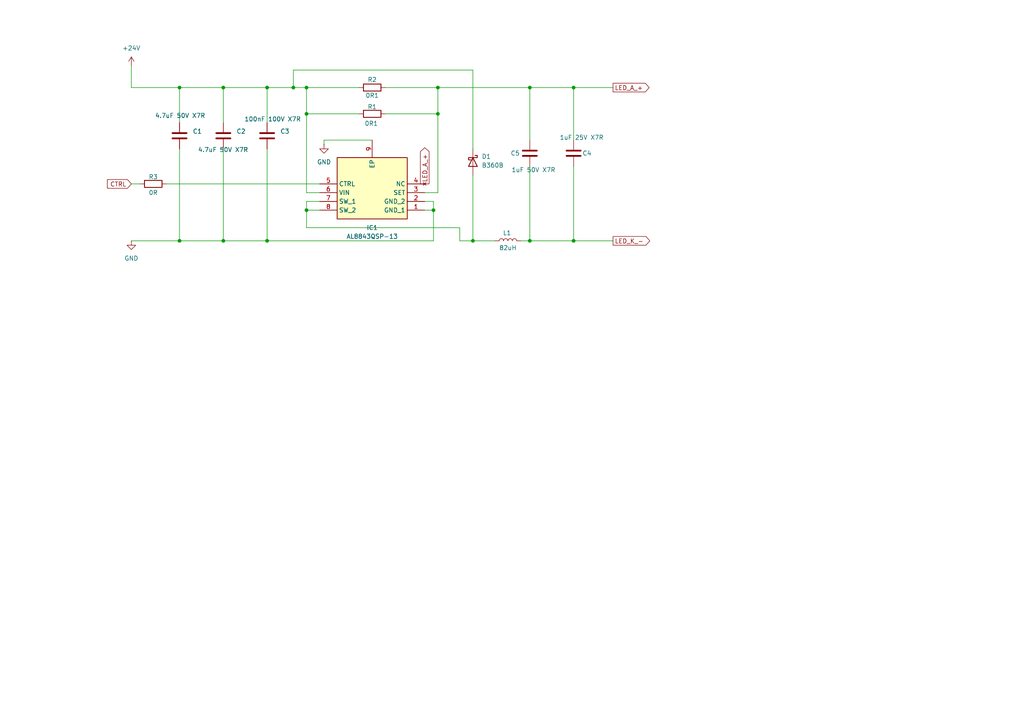
<source format=kicad_sch>
(kicad_sch (version 20250114) (generator "eeschema") (generator_version "9.0")
  (paper "A4")
  (lib_symbols
    (symbol "AL8843QSP-13:AL8843QSP-13"
      (property "Reference" "IC" (at 26.67 7.62 0))
      (property "Value" "AL8843QSP-13" (at 26.67 5.08 0))
      (symbol "AL8843QSP-13_1_1"
        (rectangle (start 5.08 2.54) (end 25.4 -15.24) (stroke (width 0.254)) (fill (type background)))
        (pin passive line (at 0 0 0) (length 5.08) (name "GND_1") (number "1"))
        (pin passive line (at 0 -2.54 0) (length 5.08) (name "GND_2") (number "2"))
        (pin passive line (at 0 -5.08 0) (length 5.08) (name "SET") (number "3"))
        (pin no_connect line (at 0 -7.62 0) (length 5.08) (name "NC") (number "4"))
        (pin passive line (at 15.24 -20.32 90) (length 5.08) (name "EP") (number "9"))
        (pin passive line (at 30.48 0 180) (length 5.08) (name "SW_2") (number "8"))
        (pin passive line (at 30.48 -2.54 180) (length 5.08) (name "SW_1") (number "7"))
        (pin passive line (at 30.48 -5.08 180) (length 5.08) (name "VIN") (number "6"))
        (pin passive line (at 30.48 -7.62 180) (length 5.08) (name "CTRL") (number "5"))
      )
    )
    (symbol "Device:C" (pin_numbers (hide yes)) (pin_names (offset 0.254))
      (property "Reference" "C" (at 0.635 2.54 0))
      (property "Value" "C" (at 0.635 -2.54 0))
      (symbol "C_0_1"
        (polyline (pts (xy -2.032 0.762) (xy 2.032 0.762)) (stroke (width 0.508)))
        (polyline (pts (xy -2.032 -0.762) (xy 2.032 -0.762)) (stroke (width 0.508)))
      )
      (symbol "C_1_1"
        (pin passive line (at 0 3.81 270) (length 2.794) (name "~") (number "1"))
        (pin passive line (at 0 -3.81 90) (length 2.794) (name "~") (number "2"))
      )
    )
    (symbol "Device:D_Schottky" (pin_numbers (hide yes)) (pin_names (offset 1.016) (hide yes))
      (property "Reference" "D" (at 0 2.54 0))
      (property "Value" "D_Schottky" (at 0 -2.54 0))
      (symbol "D_Schottky_0_1"
        (polyline (pts (xy -1.905 0.635) (xy -1.905 1.27) (xy -1.27 1.27) (xy -1.27 -1.27) (xy -0.635 -1.27) (xy -0.635 -0.635)) (stroke (width 0.254)))
        (polyline (pts (xy 1.27 1.27) (xy 1.27 -1.27) (xy -1.27 0) (xy 1.27 1.27)) (stroke (width 0.254)))
        (polyline (pts (xy 1.27 0) (xy -1.27 0)))
      )
      (symbol "D_Schottky_1_1"
        (pin passive line (at -3.81 0 0) (length 2.54) (name "K") (number "1"))
        (pin passive line (at 3.81 0 180) (length 2.54) (name "A") (number "2"))
      )
    )
    (symbol "Device:L" (pin_numbers (hide yes)) (pin_names (offset 1.016) (hide yes))
      (property "Reference" "L" (at -1.27 0 90))
      (property "Value" "L" (at 1.905 0 90))
      (symbol "L_0_1"
        (arc (start 0 2.54) (mid 0.6323 1.905) (end 0 1.27))
        (arc (start 0 1.27) (mid 0.6323 0.635) (end 0 0))
        (arc (start 0 0) (mid 0.6323 -0.635) (end 0 -1.27))
        (arc (start 0 -1.27) (mid 0.6323 -1.905) (end 0 -2.54))
      )
      (symbol "L_1_1"
        (pin passive line (at 0 3.81 270) (length 1.27) (name "1") (number "1"))
        (pin passive line (at 0 -3.81 90) (length 1.27) (name "2") (number "2"))
      )
    )
    (symbol "Device:R" (pin_numbers (hide yes)) (pin_names (offset 0))
      (property "Reference" "R" (at 2.032 0 90))
      (property "Value" "R" (at 0 0 90))
      (symbol "R_0_1"
        (rectangle (start -1.016 -2.54) (end 1.016 2.54) (stroke (width 0.254)))
      )
      (symbol "R_1_1"
        (pin passive line (at 0 3.81 270) (length 1.27) (name "~") (number "1"))
        (pin passive line (at 0 -3.81 90) (length 1.27) (name "~") (number "2"))
      )
    )
    (symbol "power:+24V" (power) (pin_numbers (hide yes)) (pin_names (offset 0) (hide yes))
      (property "Value" "+24V" (at 0 3.556 0))
      (symbol "+24V_0_1"
        (polyline (pts (xy -0.762 1.27) (xy 0 2.54)))
        (polyline (pts (xy 0 2.54) (xy 0.762 1.27)))
        (polyline (pts (xy 0 0) (xy 0 2.54)))
      )
      (symbol "+24V_1_1"
        (pin power_in line (at 0 0 90) (length 0) (name "~") (number "1"))
      )
    )
    (symbol "power:GND" (power) (pin_numbers (hide yes)) (pin_names (offset 0) (hide yes))
      (property "Value" "GND" (at 0 -3.81 0))
      (symbol "GND_0_1"
        (polyline (pts (xy 0 0) (xy 0 -1.27) (xy 1.27 -1.27) (xy 0 -2.54) (xy -1.27 -1.27) (xy 0 -1.27)))
      )
      (symbol "GND_1_1"
        (pin power_in line (at 0 0 270) (length 0) (name "~") (number "1"))
      )
    )
  )
  (junction (at 153.67 25.4))
  (junction (at 64.77 25.4))
  (junction (at 64.77 69.85))
  (junction (at 127 33.02))
  (junction (at 88.9 25.4))
  (junction (at 125.73 60.96))
  (junction (at 137.16 69.85))
  (junction (at 77.47 69.85))
  (junction (at 166.37 25.4))
  (junction (at 85.09 25.4))
  (junction (at 52.07 69.85))
  (junction (at 88.9 33.02))
  (junction (at 153.67 69.85))
  (junction (at 88.9 60.96))
  (junction (at 166.37 69.85))
  (junction (at 127 25.4))
  (junction (at 52.07 25.4))
  (junction (at 77.47 25.4))
  (wire (pts (xy 85.09 20.32) (xy 85.09 25.4)))
  (wire (pts (xy 92.71 58.42) (xy 88.9 58.42)))
  (wire (pts (xy 137.16 43.18) (xy 137.16 20.32)))
  (wire (pts (xy 93.98 40.64) (xy 93.98 41.91)))
  (wire (pts (xy 77.47 43.18) (xy 77.47 69.85)))
  (wire (pts (xy 153.67 25.4) (xy 166.37 25.4)))
  (wire (pts (xy 77.47 25.4) (xy 85.09 25.4)))
  (wire (pts (xy 88.9 25.4) (xy 104.14 25.4)))
  (wire (pts (xy 123.19 58.42) (xy 125.73 58.42)))
  (wire (pts (xy 64.77 25.4) (xy 64.77 35.56)))
  (wire (pts (xy 137.16 20.32) (xy 85.09 20.32)))
  (wire (pts (xy 127 55.88) (xy 127 33.02)))
  (wire (pts (xy 151.13 69.85) (xy 153.67 69.85)))
  (wire (pts (xy 88.9 33.02) (xy 88.9 55.88)))
  (wire (pts (xy 137.16 50.8) (xy 137.16 69.85)))
  (wire (pts (xy 88.9 60.96) (xy 92.71 60.96)))
  (wire (pts (xy 64.77 25.4) (xy 77.47 25.4)))
  (wire (pts (xy 125.73 58.42) (xy 125.73 60.96)))
  (wire (pts (xy 52.07 69.85) (xy 64.77 69.85)))
  (wire (pts (xy 153.67 48.26) (xy 153.67 69.85)))
  (wire (pts (xy 88.9 66.04) (xy 133.35 66.04)))
  (wire (pts (xy 166.37 25.4) (xy 166.37 40.64)))
  (wire (pts (xy 133.35 69.85) (xy 137.16 69.85)))
  (wire (pts (xy 77.47 69.85) (xy 64.77 69.85)))
  (wire (pts (xy 52.07 25.4) (xy 64.77 25.4)))
  (wire (pts (xy 77.47 69.85) (xy 125.73 69.85)))
  (wire (pts (xy 123.19 60.96) (xy 125.73 60.96)))
  (wire (pts (xy 123.19 55.88) (xy 127 55.88)))
  (wire (pts (xy 125.73 60.96) (xy 125.73 69.85)))
  (wire (pts (xy 153.67 25.4) (xy 153.67 40.64)))
  (wire (pts (xy 137.16 69.85) (xy 143.51 69.85)))
  (wire (pts (xy 127 25.4) (xy 153.67 25.4)))
  (wire (pts (xy 88.9 60.96) (xy 88.9 66.04)))
  (wire (pts (xy 85.09 25.4) (xy 88.9 25.4)))
  (wire (pts (xy 64.77 43.18) (xy 64.77 69.85)))
  (wire (pts (xy 127 33.02) (xy 127 25.4)))
  (wire (pts (xy 38.1 69.85) (xy 52.07 69.85)))
  (wire (pts (xy 88.9 25.4) (xy 88.9 33.02)))
  (wire (pts (xy 133.35 66.04) (xy 133.35 69.85)))
  (wire (pts (xy 48.26 53.34) (xy 92.71 53.34)))
  (wire (pts (xy 38.1 25.4) (xy 52.07 25.4)))
  (wire (pts (xy 92.71 55.88) (xy 88.9 55.88)))
  (wire (pts (xy 111.76 25.4) (xy 127 25.4)))
  (wire (pts (xy 38.1 19.05) (xy 38.1 25.4)))
  (wire (pts (xy 77.47 25.4) (xy 77.47 35.56)))
  (wire (pts (xy 52.07 25.4) (xy 52.07 35.56)))
  (wire (pts (xy 166.37 48.26) (xy 166.37 69.85)))
  (wire (pts (xy 166.37 69.85) (xy 177.8 69.85)))
  (wire (pts (xy 38.1 53.34) (xy 40.64 53.34)))
  (wire (pts (xy 88.9 33.02) (xy 104.14 33.02)))
  (wire (pts (xy 88.9 58.42) (xy 88.9 60.96)))
  (wire (pts (xy 111.76 33.02) (xy 127 33.02)))
  (wire (pts (xy 166.37 25.4) (xy 177.8 25.4)))
  (wire (pts (xy 153.67 69.85) (xy 166.37 69.85)))
  (wire (pts (xy 52.07 43.18) (xy 52.07 69.85)))
  (wire (pts (xy 107.95 40.64) (xy 93.98 40.64)))
  (global_label "LED_K_-" (shape output) (at 177.8 69.85 0) (property "Intersheetrefs" "${INTERSHEET_REFS}" (effects (hide yes))))
  (global_label "CTRL" (shape input) (at 38.1 53.34 180) (property "Intersheetrefs" "${INTERSHEET_REFS}" (effects (hide yes))))
  (global_label "LED_A_+" (shape output) (at 123.19 53.34 90) (property "Intersheetrefs" "${INTERSHEET_REFS}" (effects (hide yes))))
  (global_label "LED_A_+" (shape output) (at 177.8 25.4 0) (property "Intersheetrefs" "${INTERSHEET_REFS}" (effects (hide yes))))
  (symbol (lib_id "power:GND") (at 38.1 69.85 0) (unit 1)
    (property "Reference" "#PWR01" (effects (hide yes)))
    (property "Value" "GND" (at 38.1 74.93 0))
    (property "Description" "Power symbol creates a global label with name \"GND\" , ground" (effects (hide yes)))
  )
  (symbol (lib_id "power:+24V") (at 38.1 19.05 0) (unit 1)
    (property "Reference" "#PWR02" (effects (hide yes)))
    (property "Value" "+24V" (at 38.1 13.97 0))
    (property "Description" "Power symbol creates a global label with name \"+24V\"" (effects (hide yes)))
  )
  (symbol (lib_id "Device:C") (at 166.37 44.45 0) (unit 1)
    (property "Reference" "C4" (at 168.91 44.45 0) (effects (justify left)))
    (property "Value" "1uF 25V X7R" (at 162.306 39.878 0) (effects (justify left)))
    (property "Footprint" "Capacitor_SMD:C_0603_1608Metric" (effects (hide yes)))
    (property "Description" "Unpolarized capacitor" (effects (hide yes)))
    (property "LCSC" "C29936" (effects (hide yes)))
  )
  (symbol (lib_id "Device:D_Schottky") (at 137.16 46.99 270) (unit 1)
    (property "Reference" "D1" (at 139.7 45.4024 90) (effects (justify left)))
    (property "Value" "B360B" (at 139.7 47.9424 90) (effects (justify left)))
    (property "Footprint" "Diode_SMD:D_SMB" (effects (hide yes)))
    (property "Description" "Schottky diode" (effects (hide yes)))
    (property "LCSC" "C91546" (effects (hide yes)))
  )
  (symbol (lib_id "AL8843QSP-13:AL8843QSP-13") (at 123.19 60.96 180) (unit 1)
    (property "Reference" "IC1" (at 107.95 66.04 0))
    (property "Value" "AL8843QSP-13" (at 107.95 68.58 0))
    (property "Footprint" "KiCad:SOIC127P600X170-9N" (effects (hide yes)))
    (property "Datasheet" "https://www.diodes.com/assets/Datasheets/AL8843Q.pdf" (effects (hide yes)))
    (property "Description" "AUTOMOTIVE COMPLIANT 40V 3A STEP-DOWN LED DRIVER" (effects (hide yes)))
    (property "Height" "1.7" (effects (hide yes)))
    (property "Manufacturer_Name" "Diodes Incorporated" (effects (hide yes)))
    (property "Manufacturer_Part_Number" "AL8843QSP-13" (effects (hide yes)))
    (property "Mouser Part Number" "621-AL8843QSP-13" (effects (hide yes)))
    (property "Mouser Price/Stock" "https://www.mouser.co.uk/ProductDetail/Diodes-Incorporated/AL8843QSP-13?qs=OTrKUuiFdkb%252BjTKHvoscaw%3D%3D" (effects (hide yes)))
    (property "Arrow Part Number" "AL8843QSP-13" (effects (hide yes)))
    (property "Arrow Price/Stock" "https://www.arrow.com/en/products/al8843qsp-13/diodes-incorporated" (effects (hide yes)))
    (property "LCSC" "C510553" (effects (hide yes)))
  )
  (symbol (lib_id "Device:R") (at 107.95 33.02 90) (unit 1)
    (property "Reference" "R1" (at 107.95 30.988 90))
    (property "Value" "0R1" (at 107.696 35.814 90))
    (property "Footprint" "Resistor_SMD:R_1206_3216Metric" (effects (hide yes)))
    (property "Description" "Resistor" (effects (hide yes)))
  )
  (symbol (lib_id "Device:C") (at 52.07 39.37 0) (unit 1)
    (property "Reference" "C1" (at 55.88 38.0999 0) (effects (justify left)))
    (property "Value" "4.7uF 50V X7R" (at 44.958 33.528 0) (effects (justify left)))
    (property "Footprint" "Capacitor_SMD:C_1206_3216Metric" (effects (hide yes)))
    (property "Description" "Unpolarized capacitor" (effects (hide yes)))
    (property "LCSC" "C51205" (effects (hide yes)))
  )
  (symbol (lib_id "Device:C") (at 77.47 39.37 0) (unit 1)
    (property "Reference" "C3" (at 81.28 38.0999 0) (effects (justify left)))
    (property "Value" "100nF 100V X7R" (at 70.866 34.544 0) (effects (justify left)))
    (property "Footprint" "Capacitor_SMD:C_0805_2012Metric" (effects (hide yes)))
    (property "Description" "Unpolarized capacitor" (effects (hide yes)))
    (property "LCSC" "C28233" (effects (hide yes)))
  )
  (symbol (lib_id "Device:L") (at 147.32 69.85 90) (unit 1)
    (property "Reference" "L1" (at 147.066 67.564 90))
    (property "Value" "82uH" (at 147.32 71.882 90))
    (property "Footprint" "Inductor_SMD:L_12x12mm_H6mm" (effects (hide yes)))
    (property "Description" "Inductor" (effects (hide yes)))
    (property "LCSC" "C7431084" (effects (hide yes)))
  )
  (symbol (lib_id "Device:C") (at 64.77 39.37 0) (unit 1)
    (property "Reference" "C2" (at 68.58 38.0999 0) (effects (justify left)))
    (property "Value" "4.7uF 50V X7R" (at 57.404 43.434 0) (effects (justify left)))
    (property "Footprint" "Capacitor_SMD:C_1206_3216Metric" (effects (hide yes)))
    (property "Description" "Unpolarized capacitor" (effects (hide yes)))
    (property "LCSC" "C51205" (effects (hide yes)))
  )
  (symbol (lib_id "Device:R") (at 44.45 53.34 90) (unit 1)
    (property "Reference" "R3" (at 44.45 51.308 90))
    (property "Value" "0R" (at 44.45 55.88 90))
    (property "Footprint" "Resistor_SMD:R_1206_3216Metric" (effects (hide yes)))
    (property "Description" "Resistor" (effects (hide yes)))
    (property "LCSC" "C17888" (effects (hide yes)))
  )
  (symbol (lib_id "Device:C") (at 153.67 44.45 0) (unit 1)
    (property "Reference" "C5" (at 148.082 44.45 0) (effects (justify left)))
    (property "Value" "1uF 50V X7R" (at 148.336 49.276 0) (effects (justify left)))
    (property "Footprint" "Capacitor_SMD:C_0603_1608Metric" (effects (hide yes)))
    (property "Description" "Unpolarized capacitor" (effects (hide yes)))
    (property "LCSC" "C5199872" (effects (hide yes)))
  )
  (symbol (lib_id "power:GND") (at 93.98 41.91 0) (unit 1)
    (property "Reference" "#PWR03" (effects (hide yes)))
    (property "Value" "GND" (at 93.98 46.99 0))
    (property "Description" "Power symbol creates a global label with name \"GND\" , ground" (effects (hide yes)))
  )
  (symbol (lib_id "Device:R") (at 107.95 25.4 90) (unit 1)
    (property "Reference" "R2" (at 107.95 23.114 90))
    (property "Value" "0R1" (at 107.95 27.686 90))
    (property "Footprint" "Resistor_SMD:R_1206_3216Metric" (effects (hide yes)))
    (property "Description" "Resistor" (effects (hide yes)))
  )
)
</source>
